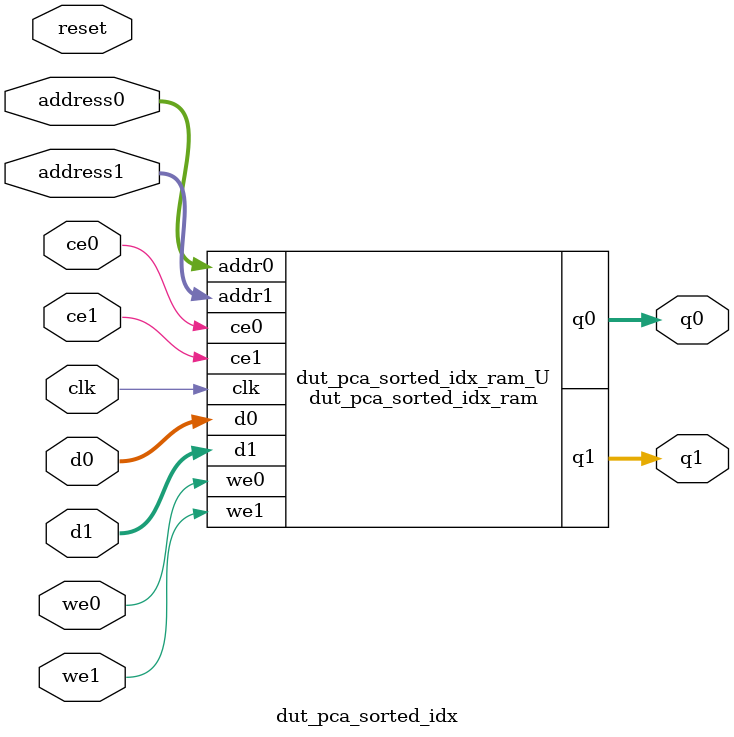
<source format=v>

`timescale 1 ns / 1 ps
module dut_pca_sorted_idx_ram (addr0, ce0, d0, we0, q0, addr1, ce1, d1, we1, q1,  clk);

parameter DWIDTH = 32;
parameter AWIDTH = 10;
parameter MEM_SIZE = 784;

input[AWIDTH-1:0] addr0;
input ce0;
input[DWIDTH-1:0] d0;
input we0;
output reg[DWIDTH-1:0] q0;
input[AWIDTH-1:0] addr1;
input ce1;
input[DWIDTH-1:0] d1;
input we1;
output reg[DWIDTH-1:0] q1;
input clk;

(* ram_style = "block" *)reg [DWIDTH-1:0] ram[MEM_SIZE-1:0];




always @(posedge clk)  
begin 
    if (ce0) 
    begin
        if (we0) 
        begin 
            ram[addr0] <= d0; 
            q0 <= d0;
        end 
        else 
            q0 <= ram[addr0];
    end
end


always @(posedge clk)  
begin 
    if (ce1) 
    begin
        if (we1) 
        begin 
            ram[addr1] <= d1; 
            q1 <= d1;
        end 
        else 
            q1 <= ram[addr1];
    end
end


endmodule


`timescale 1 ns / 1 ps
module dut_pca_sorted_idx(
    reset,
    clk,
    address0,
    ce0,
    we0,
    d0,
    q0,
    address1,
    ce1,
    we1,
    d1,
    q1);

parameter DataWidth = 32'd32;
parameter AddressRange = 32'd784;
parameter AddressWidth = 32'd10;
input reset;
input clk;
input[AddressWidth - 1:0] address0;
input ce0;
input we0;
input[DataWidth - 1:0] d0;
output[DataWidth - 1:0] q0;
input[AddressWidth - 1:0] address1;
input ce1;
input we1;
input[DataWidth - 1:0] d1;
output[DataWidth - 1:0] q1;



dut_pca_sorted_idx_ram dut_pca_sorted_idx_ram_U(
    .clk( clk ),
    .addr0( address0 ),
    .ce0( ce0 ),
    .d0( d0 ),
    .we0( we0 ),
    .q0( q0 ),
    .addr1( address1 ),
    .ce1( ce1 ),
    .d1( d1 ),
    .we1( we1 ),
    .q1( q1 ));

endmodule


</source>
